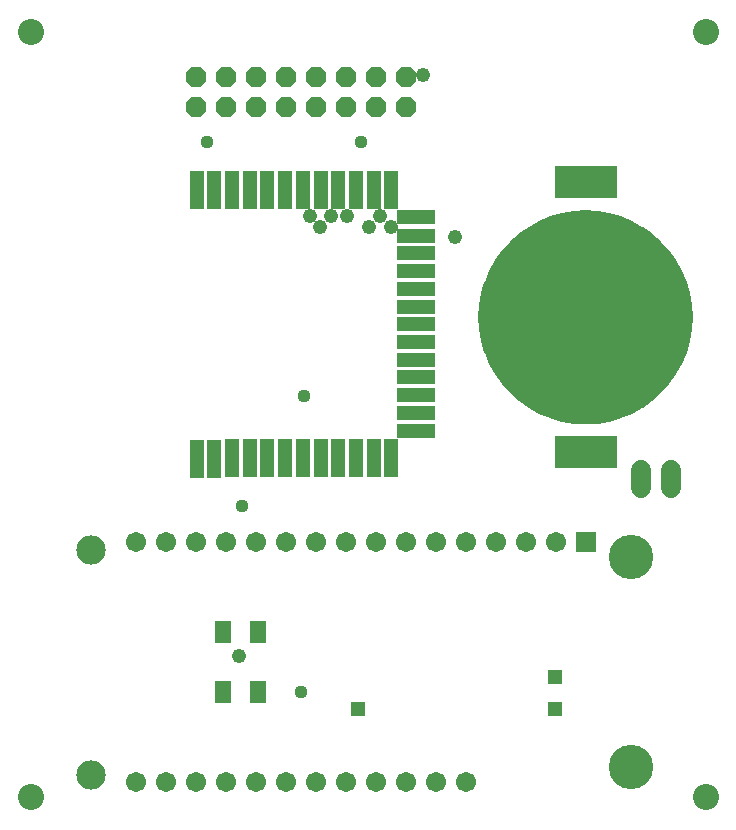
<source format=gbr>
G04 EAGLE Gerber RS-274X export*
G75*
%MOMM*%
%FSLAX34Y34*%
%LPD*%
%INSoldermask Top*%
%IPPOS*%
%AMOC8*
5,1,8,0,0,1.08239X$1,22.5*%
G01*
%ADD10C,2.203200*%
%ADD11R,1.203200X3.203200*%
%ADD12R,3.203200X1.203200*%
%ADD13P,1.869504X8X22.500000*%
%ADD14R,1.320800X1.955800*%
%ADD15R,4.267200X4.267200*%
%ADD16R,5.283200X2.743200*%
%ADD17C,2.489200*%
%ADD18C,3.759200*%
%ADD19R,1.711200X1.711200*%
%ADD20C,1.711200*%
%ADD21C,1.727200*%
%ADD22C,1.109600*%
%ADD23C,1.219200*%
%ADD24R,1.209600X1.209600*%

G36*
X518112Y354433D02*
X518112Y354433D01*
X518142Y354440D01*
X518183Y354441D01*
X528133Y356131D01*
X528162Y356142D01*
X528202Y356147D01*
X537901Y358941D01*
X537928Y358955D01*
X537968Y358965D01*
X547292Y362827D01*
X547318Y362843D01*
X547356Y362858D01*
X556190Y367740D01*
X556214Y367759D01*
X556250Y367778D01*
X564481Y373618D01*
X564503Y373640D01*
X564537Y373662D01*
X572062Y380387D01*
X572081Y380412D01*
X572113Y380438D01*
X578838Y387963D01*
X578854Y387990D01*
X578882Y388019D01*
X584722Y396250D01*
X584736Y396278D01*
X584760Y396310D01*
X589642Y405144D01*
X589652Y405173D01*
X589673Y405208D01*
X593535Y414532D01*
X593542Y414562D01*
X593559Y414599D01*
X596353Y424298D01*
X596356Y424328D01*
X596369Y424367D01*
X598059Y434317D01*
X598059Y434320D01*
X598060Y434322D01*
X598059Y434349D01*
X598067Y434388D01*
X598633Y444464D01*
X598630Y444495D01*
X598633Y444536D01*
X598067Y454612D01*
X598060Y454642D01*
X598059Y454683D01*
X596369Y464633D01*
X596358Y464662D01*
X596353Y464702D01*
X593559Y474401D01*
X593545Y474428D01*
X593535Y474468D01*
X589673Y483792D01*
X589657Y483818D01*
X589642Y483856D01*
X584760Y492690D01*
X584741Y492714D01*
X584722Y492750D01*
X578882Y500981D01*
X578860Y501003D01*
X578838Y501037D01*
X572113Y508562D01*
X572088Y508581D01*
X572062Y508613D01*
X564537Y515338D01*
X564510Y515354D01*
X564481Y515382D01*
X556250Y521222D01*
X556222Y521236D01*
X556190Y521260D01*
X547356Y526142D01*
X547327Y526152D01*
X547292Y526173D01*
X537968Y530035D01*
X537938Y530042D01*
X537901Y530059D01*
X528202Y532853D01*
X528172Y532856D01*
X528133Y532869D01*
X518183Y534559D01*
X518152Y534559D01*
X518112Y534567D01*
X508036Y535133D01*
X508005Y535130D01*
X507964Y535133D01*
X497888Y534567D01*
X497858Y534560D01*
X497817Y534559D01*
X487867Y532869D01*
X487838Y532858D01*
X487798Y532853D01*
X478099Y530059D01*
X478072Y530045D01*
X478032Y530035D01*
X468708Y526173D01*
X468682Y526157D01*
X468644Y526142D01*
X459810Y521260D01*
X459786Y521241D01*
X459750Y521222D01*
X451519Y515382D01*
X451497Y515360D01*
X451463Y515338D01*
X443938Y508613D01*
X443919Y508588D01*
X443887Y508562D01*
X437162Y501037D01*
X437146Y501010D01*
X437118Y500981D01*
X431278Y492750D01*
X431264Y492722D01*
X431240Y492690D01*
X426358Y483856D01*
X426348Y483827D01*
X426327Y483792D01*
X422465Y474468D01*
X422458Y474438D01*
X422441Y474401D01*
X419647Y464702D01*
X419644Y464672D01*
X419631Y464633D01*
X417941Y454683D01*
X417941Y454652D01*
X417933Y454612D01*
X417367Y444536D01*
X417371Y444505D01*
X417367Y444464D01*
X417933Y434388D01*
X417940Y434358D01*
X417941Y434317D01*
X419631Y424367D01*
X419642Y424338D01*
X419647Y424298D01*
X422441Y414599D01*
X422455Y414572D01*
X422465Y414532D01*
X426327Y405208D01*
X426343Y405182D01*
X426358Y405144D01*
X431240Y396310D01*
X431259Y396286D01*
X431278Y396250D01*
X437118Y388019D01*
X437140Y387997D01*
X437162Y387963D01*
X443887Y380438D01*
X443912Y380419D01*
X443938Y380387D01*
X451463Y373662D01*
X451490Y373646D01*
X451519Y373618D01*
X459750Y367778D01*
X459778Y367764D01*
X459810Y367740D01*
X468644Y362858D01*
X468673Y362848D01*
X468708Y362827D01*
X478032Y358965D01*
X478062Y358958D01*
X478099Y358941D01*
X487798Y356147D01*
X487828Y356144D01*
X487867Y356131D01*
X497817Y354441D01*
X497848Y354441D01*
X497888Y354433D01*
X507964Y353867D01*
X507995Y353871D01*
X508036Y353867D01*
X518112Y354433D01*
G37*
D10*
X38100Y685800D03*
X38100Y38100D03*
X609600Y685800D03*
X609600Y38100D03*
D11*
X343700Y325000D03*
X328700Y325000D03*
X313700Y325000D03*
X298700Y325000D03*
X283700Y325000D03*
X268700Y325000D03*
X253700Y325000D03*
X238700Y325000D03*
X223700Y325000D03*
X208700Y325000D03*
X193700Y324500D03*
X178700Y324500D03*
D12*
X364700Y529000D03*
X364700Y513500D03*
X364700Y498500D03*
X364700Y483500D03*
X364700Y468500D03*
X364700Y453500D03*
X364700Y438500D03*
X364700Y423500D03*
X364700Y408500D03*
X364700Y393500D03*
X364700Y378500D03*
X364700Y363500D03*
X364700Y348500D03*
D11*
X343700Y552500D03*
X328700Y552500D03*
X313700Y552500D03*
X298700Y552500D03*
X283700Y552500D03*
X268700Y552500D03*
X253700Y552500D03*
X238700Y552500D03*
X223700Y552500D03*
X208700Y552500D03*
X193700Y552500D03*
X178700Y552500D03*
D13*
X177800Y622300D03*
X177800Y647700D03*
X203200Y622300D03*
X203200Y647700D03*
X228600Y622300D03*
X228600Y647700D03*
X254000Y622300D03*
X254000Y647700D03*
X279400Y622300D03*
X279400Y647700D03*
X304800Y622300D03*
X304800Y647700D03*
X330200Y622300D03*
X330200Y647700D03*
X355600Y622300D03*
X355600Y647700D03*
D14*
X201168Y177800D03*
X230632Y177800D03*
X230632Y127000D03*
X201168Y127000D03*
D15*
X508000Y444500D03*
D16*
X508000Y558800D03*
X508000Y330200D03*
D17*
X88900Y247650D03*
X88900Y57150D03*
D18*
X546100Y63500D03*
X546100Y241300D03*
D19*
X508000Y254000D03*
D20*
X482600Y254000D03*
X457200Y254000D03*
X431800Y254000D03*
X406400Y254000D03*
X381000Y254000D03*
X355600Y254000D03*
X330200Y254000D03*
X304800Y254000D03*
X279400Y254000D03*
X254000Y254000D03*
X228600Y254000D03*
X203200Y254000D03*
X177800Y254000D03*
X152400Y254000D03*
X127000Y254000D03*
X406400Y50800D03*
X381000Y50800D03*
X355600Y50800D03*
X330200Y50800D03*
X304800Y50800D03*
X279400Y50800D03*
X254000Y50800D03*
X228600Y50800D03*
X203200Y50800D03*
X177800Y50800D03*
X152400Y50800D03*
X127000Y50800D03*
D21*
X554800Y299880D02*
X554800Y315120D01*
X580200Y315120D02*
X580200Y299880D01*
D22*
X270000Y377500D03*
X267500Y127500D03*
D23*
X214884Y157734D03*
D24*
X315000Y112500D03*
X482500Y112500D03*
D22*
X217500Y285000D03*
D23*
X324612Y521208D03*
X397764Y512064D03*
X274320Y530352D03*
X283464Y521208D03*
X292608Y530352D03*
X306324Y530352D03*
X333756Y530352D03*
X342900Y521208D03*
X370332Y649224D03*
D22*
X317500Y592500D03*
X187500Y592500D03*
D24*
X482500Y140000D03*
M02*

</source>
